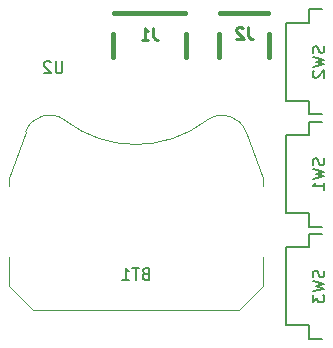
<source format=gbo>
G04 #@! TF.FileFunction,Legend,Bot*
%FSLAX46Y46*%
G04 Gerber Fmt 4.6, Leading zero omitted, Abs format (unit mm)*
G04 Created by KiCad (PCBNEW 4.0.7-e2-6376~58~ubuntu16.04.1) date Thu May  3 17:24:01 2018*
%MOMM*%
%LPD*%
G01*
G04 APERTURE LIST*
%ADD10C,0.100000*%
%ADD11C,0.381000*%
%ADD12C,0.150000*%
%ADD13C,0.250190*%
%ADD14C,0.251460*%
G04 APERTURE END LIST*
D10*
X101230399Y-98096464D02*
G75*
G03X113235000Y-98100000I6004601J7806464D01*
G01*
X101231646Y-98083470D02*
G75*
G03X97895000Y-99070000I-1306646J-1716530D01*
G01*
X96455000Y-103020000D02*
X97895000Y-99070000D01*
X98535000Y-114190000D02*
X96455000Y-112110000D01*
X115935000Y-114190000D02*
X98535000Y-114190000D01*
X115935000Y-114190000D02*
X118015000Y-112110000D01*
X118015000Y-103020000D02*
X116575000Y-99070000D01*
X116560244Y-99061831D02*
G75*
G03X113235000Y-98100000I-2015244J-738169D01*
G01*
X96455000Y-112110000D02*
X96455000Y-109650000D01*
X96455000Y-103650000D02*
X96455000Y-103020000D01*
X118015000Y-112110000D02*
X118015000Y-109650000D01*
X118015000Y-103650000D02*
X118015000Y-103020000D01*
D11*
X111414440Y-88992960D02*
X105414960Y-88992960D01*
X111510960Y-90793820D02*
X111510960Y-92693740D01*
X105313360Y-90793820D02*
X105313360Y-92693740D01*
D12*
X121869000Y-107095000D02*
X123012000Y-107095000D01*
X121869000Y-105952000D02*
X121869000Y-107095000D01*
X119964000Y-105952000D02*
X121869000Y-105952000D01*
X119964000Y-99348000D02*
X119964000Y-105952000D01*
X121869000Y-99348000D02*
X119964000Y-99348000D01*
X121869000Y-98205000D02*
X121869000Y-99348000D01*
X123012000Y-98205000D02*
X121869000Y-98205000D01*
X121869000Y-97595000D02*
X123012000Y-97595000D01*
X121869000Y-96452000D02*
X121869000Y-97595000D01*
X119964000Y-96452000D02*
X121869000Y-96452000D01*
X119964000Y-89848000D02*
X119964000Y-96452000D01*
X121869000Y-89848000D02*
X119964000Y-89848000D01*
X121869000Y-88705000D02*
X121869000Y-89848000D01*
X123012000Y-88705000D02*
X121869000Y-88705000D01*
X121869000Y-116595000D02*
X123012000Y-116595000D01*
X121869000Y-115452000D02*
X121869000Y-116595000D01*
X119964000Y-115452000D02*
X121869000Y-115452000D01*
X119964000Y-108848000D02*
X119964000Y-115452000D01*
X121869000Y-108848000D02*
X119964000Y-108848000D01*
X121869000Y-107705000D02*
X121869000Y-108848000D01*
X123012000Y-107705000D02*
X121869000Y-107705000D01*
D11*
X118399440Y-88992960D02*
X114401480Y-88992960D01*
X118495960Y-90793820D02*
X118495960Y-92693740D01*
X114299880Y-90793820D02*
X114299880Y-92693740D01*
D12*
X108035714Y-111078571D02*
X107892857Y-111126190D01*
X107845238Y-111173810D01*
X107797619Y-111269048D01*
X107797619Y-111411905D01*
X107845238Y-111507143D01*
X107892857Y-111554762D01*
X107988095Y-111602381D01*
X108369048Y-111602381D01*
X108369048Y-110602381D01*
X108035714Y-110602381D01*
X107940476Y-110650000D01*
X107892857Y-110697619D01*
X107845238Y-110792857D01*
X107845238Y-110888095D01*
X107892857Y-110983333D01*
X107940476Y-111030952D01*
X108035714Y-111078571D01*
X108369048Y-111078571D01*
X107511905Y-110602381D02*
X106940476Y-110602381D01*
X107226191Y-111602381D02*
X107226191Y-110602381D01*
X106083333Y-111602381D02*
X106654762Y-111602381D01*
X106369048Y-111602381D02*
X106369048Y-110602381D01*
X106464286Y-110745238D01*
X106559524Y-110840476D01*
X106654762Y-110888095D01*
D13*
X108727966Y-90276265D02*
X108727966Y-90991093D01*
X108775622Y-91134059D01*
X108870932Y-91229370D01*
X109013898Y-91277025D01*
X109109208Y-91277025D01*
X107727206Y-91277025D02*
X108299069Y-91277025D01*
X108013138Y-91277025D02*
X108013138Y-90276265D01*
X108108448Y-90419230D01*
X108203759Y-90514541D01*
X108299069Y-90562196D01*
D14*
D12*
X123154762Y-101316667D02*
X123202381Y-101459524D01*
X123202381Y-101697620D01*
X123154762Y-101792858D01*
X123107143Y-101840477D01*
X123011905Y-101888096D01*
X122916667Y-101888096D01*
X122821429Y-101840477D01*
X122773810Y-101792858D01*
X122726190Y-101697620D01*
X122678571Y-101507143D01*
X122630952Y-101411905D01*
X122583333Y-101364286D01*
X122488095Y-101316667D01*
X122392857Y-101316667D01*
X122297619Y-101364286D01*
X122250000Y-101411905D01*
X122202381Y-101507143D01*
X122202381Y-101745239D01*
X122250000Y-101888096D01*
X122202381Y-102221429D02*
X123202381Y-102459524D01*
X122488095Y-102650001D01*
X123202381Y-102840477D01*
X122202381Y-103078572D01*
X123202381Y-103983334D02*
X123202381Y-103411905D01*
X123202381Y-103697619D02*
X122202381Y-103697619D01*
X122345238Y-103602381D01*
X122440476Y-103507143D01*
X122488095Y-103411905D01*
X123154762Y-91816667D02*
X123202381Y-91959524D01*
X123202381Y-92197620D01*
X123154762Y-92292858D01*
X123107143Y-92340477D01*
X123011905Y-92388096D01*
X122916667Y-92388096D01*
X122821429Y-92340477D01*
X122773810Y-92292858D01*
X122726190Y-92197620D01*
X122678571Y-92007143D01*
X122630952Y-91911905D01*
X122583333Y-91864286D01*
X122488095Y-91816667D01*
X122392857Y-91816667D01*
X122297619Y-91864286D01*
X122250000Y-91911905D01*
X122202381Y-92007143D01*
X122202381Y-92245239D01*
X122250000Y-92388096D01*
X122202381Y-92721429D02*
X123202381Y-92959524D01*
X122488095Y-93150001D01*
X123202381Y-93340477D01*
X122202381Y-93578572D01*
X122297619Y-93911905D02*
X122250000Y-93959524D01*
X122202381Y-94054762D01*
X122202381Y-94292858D01*
X122250000Y-94388096D01*
X122297619Y-94435715D01*
X122392857Y-94483334D01*
X122488095Y-94483334D01*
X122630952Y-94435715D01*
X123202381Y-93864286D01*
X123202381Y-94483334D01*
X123154762Y-110816667D02*
X123202381Y-110959524D01*
X123202381Y-111197620D01*
X123154762Y-111292858D01*
X123107143Y-111340477D01*
X123011905Y-111388096D01*
X122916667Y-111388096D01*
X122821429Y-111340477D01*
X122773810Y-111292858D01*
X122726190Y-111197620D01*
X122678571Y-111007143D01*
X122630952Y-110911905D01*
X122583333Y-110864286D01*
X122488095Y-110816667D01*
X122392857Y-110816667D01*
X122297619Y-110864286D01*
X122250000Y-110911905D01*
X122202381Y-111007143D01*
X122202381Y-111245239D01*
X122250000Y-111388096D01*
X122202381Y-111721429D02*
X123202381Y-111959524D01*
X122488095Y-112150001D01*
X123202381Y-112340477D01*
X122202381Y-112578572D01*
X122202381Y-112864286D02*
X122202381Y-113483334D01*
X122583333Y-113150000D01*
X122583333Y-113292858D01*
X122630952Y-113388096D01*
X122678571Y-113435715D01*
X122773810Y-113483334D01*
X123011905Y-113483334D01*
X123107143Y-113435715D01*
X123154762Y-113388096D01*
X123202381Y-113292858D01*
X123202381Y-113007143D01*
X123154762Y-112911905D01*
X123107143Y-112864286D01*
D13*
X116736586Y-90212765D02*
X116736586Y-90927593D01*
X116784242Y-91070559D01*
X116879552Y-91165870D01*
X117022518Y-91213525D01*
X117117828Y-91213525D01*
X116307689Y-90308075D02*
X116260034Y-90260420D01*
X116164723Y-90212765D01*
X115926447Y-90212765D01*
X115831137Y-90260420D01*
X115783481Y-90308075D01*
X115735826Y-90403386D01*
X115735826Y-90498696D01*
X115783481Y-90641662D01*
X116355344Y-91213525D01*
X115735826Y-91213525D01*
D14*
D12*
X101011905Y-93102381D02*
X101011905Y-93911905D01*
X100964286Y-94007143D01*
X100916667Y-94054762D01*
X100821429Y-94102381D01*
X100630952Y-94102381D01*
X100535714Y-94054762D01*
X100488095Y-94007143D01*
X100440476Y-93911905D01*
X100440476Y-93102381D01*
X100011905Y-93197619D02*
X99964286Y-93150000D01*
X99869048Y-93102381D01*
X99630952Y-93102381D01*
X99535714Y-93150000D01*
X99488095Y-93197619D01*
X99440476Y-93292857D01*
X99440476Y-93388095D01*
X99488095Y-93530952D01*
X100059524Y-94102381D01*
X99440476Y-94102381D01*
M02*

</source>
